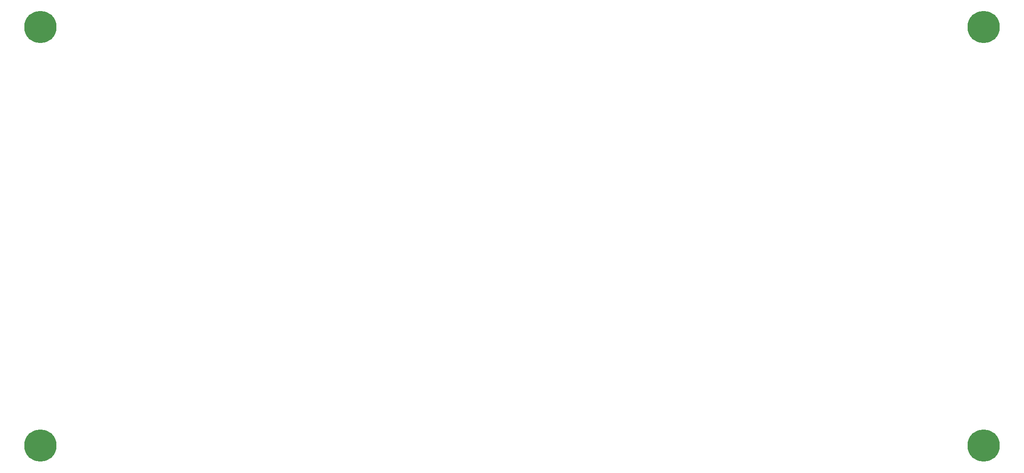
<source format=gts>
G04 EAGLE Gerber RS-274X export*
G75*
%MOMM*%
%FSLAX34Y34*%
%LPD*%
%INSoldermask Top*%
%IPPOS*%
%AMOC8*
5,1,8,0,0,1.08239X$1,22.5*%
G01*
%ADD10C,6.152400*%


D10*
X-900000Y400000D03*
X900000Y400000D03*
X900000Y-400000D03*
X-900000Y-400000D03*
M02*

</source>
